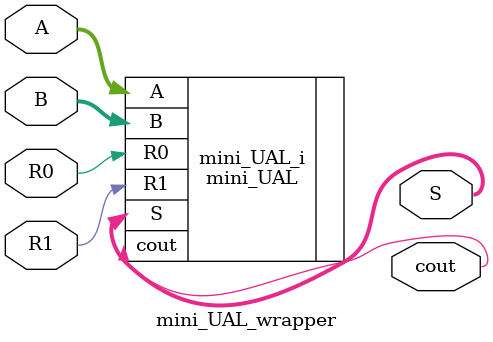
<source format=v>
`timescale 1 ps / 1 ps

module mini_UAL_wrapper
   (A,
    B,
    R0,
    R1,
    S,
    cout);
  input [4:0]A;
  input [4:0]B;
  input R0;
  input R1;
  output [4:0]S;
  output cout;

  wire [4:0]A;
  wire [4:0]B;
  wire R0;
  wire R1;
  wire [4:0]S;
  wire cout;

  mini_UAL mini_UAL_i
       (.A(A),
        .B(B),
        .R0(R0),
        .R1(R1),
        .S(S),
        .cout(cout));
endmodule

</source>
